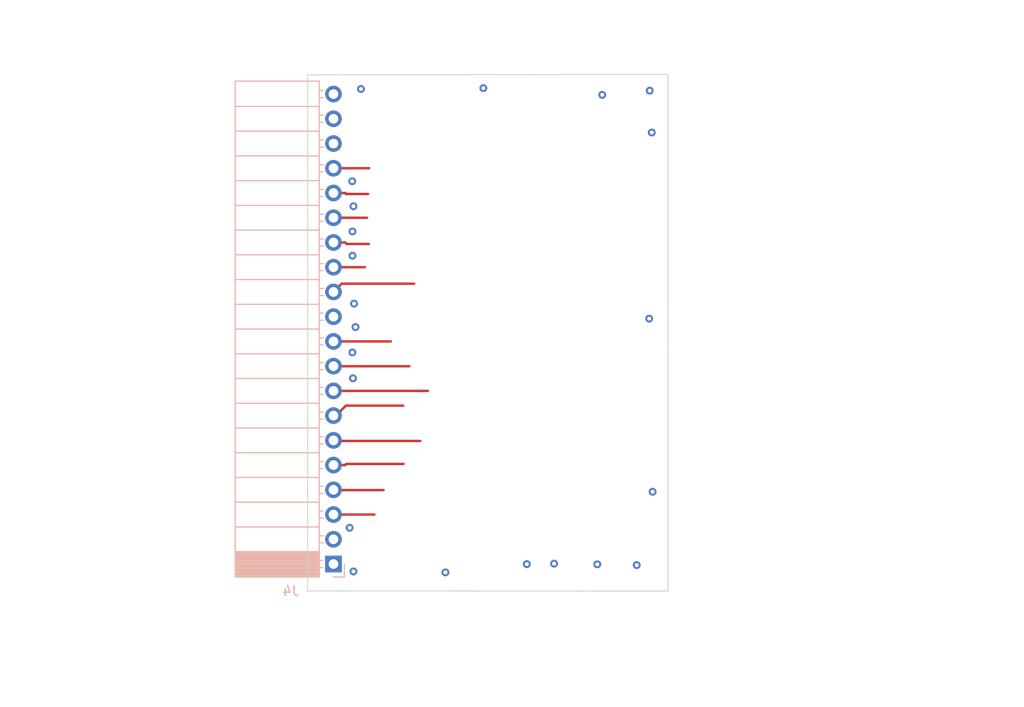
<source format=kicad_pcb>
(kicad_pcb (version 20171130) (host pcbnew 5.1.4+dfsg1-2)

  (general
    (thickness 1.6)
    (drawings 4)
    (tracks 44)
    (zones 0)
    (modules 1)
    (nets 22)
  )

  (page A4)
  (layers
    (0 F.Cu signal)
    (31 B.Cu signal)
    (32 B.Adhes user)
    (33 F.Adhes user)
    (34 B.Paste user)
    (35 F.Paste user)
    (36 B.SilkS user)
    (37 F.SilkS user)
    (38 B.Mask user)
    (39 F.Mask user)
    (40 Dwgs.User user)
    (41 Cmts.User user)
    (42 Eco1.User user)
    (43 Eco2.User user)
    (44 Edge.Cuts user)
    (45 Margin user)
    (46 B.CrtYd user)
    (47 F.CrtYd user)
    (48 B.Fab user)
    (49 F.Fab user)
  )

  (setup
    (last_trace_width 0.25)
    (trace_clearance 0.2)
    (zone_clearance 0.508)
    (zone_45_only no)
    (trace_min 0.2)
    (via_size 0.8)
    (via_drill 0.4)
    (via_min_size 0.4)
    (via_min_drill 0.3)
    (uvia_size 0.3)
    (uvia_drill 0.1)
    (uvias_allowed no)
    (uvia_min_size 0.2)
    (uvia_min_drill 0.1)
    (edge_width 0.05)
    (segment_width 0.2)
    (pcb_text_width 0.3)
    (pcb_text_size 1.5 1.5)
    (mod_edge_width 0.12)
    (mod_text_size 1 1)
    (mod_text_width 0.15)
    (pad_size 1.524 1.524)
    (pad_drill 0.762)
    (pad_to_mask_clearance 0)
    (aux_axis_origin 0 0)
    (visible_elements FFFFFF7F)
    (pcbplotparams
      (layerselection 0x010f0_ffffffff)
      (usegerberextensions false)
      (usegerberattributes false)
      (usegerberadvancedattributes false)
      (creategerberjobfile false)
      (excludeedgelayer true)
      (linewidth 0.100000)
      (plotframeref false)
      (viasonmask false)
      (mode 1)
      (useauxorigin false)
      (hpglpennumber 1)
      (hpglpenspeed 20)
      (hpglpendiameter 15.000000)
      (psnegative false)
      (psa4output false)
      (plotreference true)
      (plotvalue true)
      (plotinvisibletext false)
      (padsonsilk false)
      (subtractmaskfromsilk false)
      (outputformat 1)
      (mirror false)
      (drillshape 0)
      (scaleselection 1)
      (outputdirectory "../../out/"))
  )

  (net 0 "")
  (net 1 GND)
  (net 2 "Net-(J4-Pad1)")
  (net 3 "Net-(J4-Pad2)")
  (net 4 "Net-(J4-Pad3)")
  (net 5 "Net-(J4-Pad4)")
  (net 6 "Net-(J4-Pad5)")
  (net 7 "Net-(J4-Pad6)")
  (net 8 "Net-(J4-Pad7)")
  (net 9 "Net-(J4-Pad8)")
  (net 10 "Net-(J4-Pad9)")
  (net 11 "Net-(J4-Pad10)")
  (net 12 "Net-(J4-Pad11)")
  (net 13 "Net-(J4-Pad12)")
  (net 14 "Net-(J4-Pad18)")
  (net 15 "Net-(J4-Pad19)")
  (net 16 "Net-(J4-Pad20)")
  (net 17 "Net-(J4-Pad13)")
  (net 18 "Net-(J4-Pad14)")
  (net 19 "Net-(J4-Pad15)")
  (net 20 "Net-(J4-Pad16)")
  (net 21 "Net-(J4-Pad17)")

  (net_class Default "This is the default net class."
    (clearance 0.2)
    (trace_width 0.25)
    (via_dia 0.8)
    (via_drill 0.4)
    (uvia_dia 0.3)
    (uvia_drill 0.1)
    (add_net GND)
    (add_net "Net-(J4-Pad1)")
    (add_net "Net-(J4-Pad10)")
    (add_net "Net-(J4-Pad11)")
    (add_net "Net-(J4-Pad12)")
    (add_net "Net-(J4-Pad13)")
    (add_net "Net-(J4-Pad14)")
    (add_net "Net-(J4-Pad15)")
    (add_net "Net-(J4-Pad16)")
    (add_net "Net-(J4-Pad17)")
    (add_net "Net-(J4-Pad18)")
    (add_net "Net-(J4-Pad19)")
    (add_net "Net-(J4-Pad2)")
    (add_net "Net-(J4-Pad20)")
    (add_net "Net-(J4-Pad3)")
    (add_net "Net-(J4-Pad4)")
    (add_net "Net-(J4-Pad5)")
    (add_net "Net-(J4-Pad6)")
    (add_net "Net-(J4-Pad7)")
    (add_net "Net-(J4-Pad8)")
    (add_net "Net-(J4-Pad9)")
  )

  (module Connector_PinSocket_2.54mm:PinSocket_1x20_P2.54mm_Horizontal (layer B.Cu) (tedit 5A19A41C) (tstamp 5DA2AC1C)
    (at 73.66 76.2)
    (descr "Through hole angled socket strip, 1x20, 2.54mm pitch, 8.51mm socket length, single row (from Kicad 4.0.7), script generated")
    (tags "Through hole angled socket strip THT 1x20 2.54mm single row")
    (path /5DF5206A)
    (fp_text reference J4 (at -4.38 2.77) (layer B.SilkS)
      (effects (font (size 1 1) (thickness 0.15)) (justify mirror))
    )
    (fp_text value Conn_01x20_Female (at -4.38 -51.03) (layer B.Fab)
      (effects (font (size 1 1) (thickness 0.15)) (justify mirror))
    )
    (fp_line (start -10.03 1.27) (end -2.49 1.27) (layer B.Fab) (width 0.1))
    (fp_line (start -2.49 1.27) (end -1.52 0.3) (layer B.Fab) (width 0.1))
    (fp_line (start -1.52 0.3) (end -1.52 -49.53) (layer B.Fab) (width 0.1))
    (fp_line (start -1.52 -49.53) (end -10.03 -49.53) (layer B.Fab) (width 0.1))
    (fp_line (start -10.03 -49.53) (end -10.03 1.27) (layer B.Fab) (width 0.1))
    (fp_line (start 0 0.3) (end -1.52 0.3) (layer B.Fab) (width 0.1))
    (fp_line (start -1.52 -0.3) (end 0 -0.3) (layer B.Fab) (width 0.1))
    (fp_line (start 0 -0.3) (end 0 0.3) (layer B.Fab) (width 0.1))
    (fp_line (start 0 -2.24) (end -1.52 -2.24) (layer B.Fab) (width 0.1))
    (fp_line (start -1.52 -2.84) (end 0 -2.84) (layer B.Fab) (width 0.1))
    (fp_line (start 0 -2.84) (end 0 -2.24) (layer B.Fab) (width 0.1))
    (fp_line (start 0 -4.78) (end -1.52 -4.78) (layer B.Fab) (width 0.1))
    (fp_line (start -1.52 -5.38) (end 0 -5.38) (layer B.Fab) (width 0.1))
    (fp_line (start 0 -5.38) (end 0 -4.78) (layer B.Fab) (width 0.1))
    (fp_line (start 0 -7.32) (end -1.52 -7.32) (layer B.Fab) (width 0.1))
    (fp_line (start -1.52 -7.92) (end 0 -7.92) (layer B.Fab) (width 0.1))
    (fp_line (start 0 -7.92) (end 0 -7.32) (layer B.Fab) (width 0.1))
    (fp_line (start 0 -9.86) (end -1.52 -9.86) (layer B.Fab) (width 0.1))
    (fp_line (start -1.52 -10.46) (end 0 -10.46) (layer B.Fab) (width 0.1))
    (fp_line (start 0 -10.46) (end 0 -9.86) (layer B.Fab) (width 0.1))
    (fp_line (start 0 -12.4) (end -1.52 -12.4) (layer B.Fab) (width 0.1))
    (fp_line (start -1.52 -13) (end 0 -13) (layer B.Fab) (width 0.1))
    (fp_line (start 0 -13) (end 0 -12.4) (layer B.Fab) (width 0.1))
    (fp_line (start 0 -14.94) (end -1.52 -14.94) (layer B.Fab) (width 0.1))
    (fp_line (start -1.52 -15.54) (end 0 -15.54) (layer B.Fab) (width 0.1))
    (fp_line (start 0 -15.54) (end 0 -14.94) (layer B.Fab) (width 0.1))
    (fp_line (start 0 -17.48) (end -1.52 -17.48) (layer B.Fab) (width 0.1))
    (fp_line (start -1.52 -18.08) (end 0 -18.08) (layer B.Fab) (width 0.1))
    (fp_line (start 0 -18.08) (end 0 -17.48) (layer B.Fab) (width 0.1))
    (fp_line (start 0 -20.02) (end -1.52 -20.02) (layer B.Fab) (width 0.1))
    (fp_line (start -1.52 -20.62) (end 0 -20.62) (layer B.Fab) (width 0.1))
    (fp_line (start 0 -20.62) (end 0 -20.02) (layer B.Fab) (width 0.1))
    (fp_line (start 0 -22.56) (end -1.52 -22.56) (layer B.Fab) (width 0.1))
    (fp_line (start -1.52 -23.16) (end 0 -23.16) (layer B.Fab) (width 0.1))
    (fp_line (start 0 -23.16) (end 0 -22.56) (layer B.Fab) (width 0.1))
    (fp_line (start 0 -25.1) (end -1.52 -25.1) (layer B.Fab) (width 0.1))
    (fp_line (start -1.52 -25.7) (end 0 -25.7) (layer B.Fab) (width 0.1))
    (fp_line (start 0 -25.7) (end 0 -25.1) (layer B.Fab) (width 0.1))
    (fp_line (start 0 -27.64) (end -1.52 -27.64) (layer B.Fab) (width 0.1))
    (fp_line (start -1.52 -28.24) (end 0 -28.24) (layer B.Fab) (width 0.1))
    (fp_line (start 0 -28.24) (end 0 -27.64) (layer B.Fab) (width 0.1))
    (fp_line (start 0 -30.18) (end -1.52 -30.18) (layer B.Fab) (width 0.1))
    (fp_line (start -1.52 -30.78) (end 0 -30.78) (layer B.Fab) (width 0.1))
    (fp_line (start 0 -30.78) (end 0 -30.18) (layer B.Fab) (width 0.1))
    (fp_line (start 0 -32.72) (end -1.52 -32.72) (layer B.Fab) (width 0.1))
    (fp_line (start -1.52 -33.32) (end 0 -33.32) (layer B.Fab) (width 0.1))
    (fp_line (start 0 -33.32) (end 0 -32.72) (layer B.Fab) (width 0.1))
    (fp_line (start 0 -35.26) (end -1.52 -35.26) (layer B.Fab) (width 0.1))
    (fp_line (start -1.52 -35.86) (end 0 -35.86) (layer B.Fab) (width 0.1))
    (fp_line (start 0 -35.86) (end 0 -35.26) (layer B.Fab) (width 0.1))
    (fp_line (start 0 -37.8) (end -1.52 -37.8) (layer B.Fab) (width 0.1))
    (fp_line (start -1.52 -38.4) (end 0 -38.4) (layer B.Fab) (width 0.1))
    (fp_line (start 0 -38.4) (end 0 -37.8) (layer B.Fab) (width 0.1))
    (fp_line (start 0 -40.34) (end -1.52 -40.34) (layer B.Fab) (width 0.1))
    (fp_line (start -1.52 -40.94) (end 0 -40.94) (layer B.Fab) (width 0.1))
    (fp_line (start 0 -40.94) (end 0 -40.34) (layer B.Fab) (width 0.1))
    (fp_line (start 0 -42.88) (end -1.52 -42.88) (layer B.Fab) (width 0.1))
    (fp_line (start -1.52 -43.48) (end 0 -43.48) (layer B.Fab) (width 0.1))
    (fp_line (start 0 -43.48) (end 0 -42.88) (layer B.Fab) (width 0.1))
    (fp_line (start 0 -45.42) (end -1.52 -45.42) (layer B.Fab) (width 0.1))
    (fp_line (start -1.52 -46.02) (end 0 -46.02) (layer B.Fab) (width 0.1))
    (fp_line (start 0 -46.02) (end 0 -45.42) (layer B.Fab) (width 0.1))
    (fp_line (start 0 -47.96) (end -1.52 -47.96) (layer B.Fab) (width 0.1))
    (fp_line (start -1.52 -48.56) (end 0 -48.56) (layer B.Fab) (width 0.1))
    (fp_line (start 0 -48.56) (end 0 -47.96) (layer B.Fab) (width 0.1))
    (fp_line (start -10.09 1.21) (end -1.46 1.21) (layer B.SilkS) (width 0.12))
    (fp_line (start -10.09 1.091905) (end -1.46 1.091905) (layer B.SilkS) (width 0.12))
    (fp_line (start -10.09 0.97381) (end -1.46 0.97381) (layer B.SilkS) (width 0.12))
    (fp_line (start -10.09 0.855715) (end -1.46 0.855715) (layer B.SilkS) (width 0.12))
    (fp_line (start -10.09 0.73762) (end -1.46 0.73762) (layer B.SilkS) (width 0.12))
    (fp_line (start -10.09 0.619525) (end -1.46 0.619525) (layer B.SilkS) (width 0.12))
    (fp_line (start -10.09 0.50143) (end -1.46 0.50143) (layer B.SilkS) (width 0.12))
    (fp_line (start -10.09 0.383335) (end -1.46 0.383335) (layer B.SilkS) (width 0.12))
    (fp_line (start -10.09 0.26524) (end -1.46 0.26524) (layer B.SilkS) (width 0.12))
    (fp_line (start -10.09 0.147145) (end -1.46 0.147145) (layer B.SilkS) (width 0.12))
    (fp_line (start -10.09 0.02905) (end -1.46 0.02905) (layer B.SilkS) (width 0.12))
    (fp_line (start -10.09 -0.089045) (end -1.46 -0.089045) (layer B.SilkS) (width 0.12))
    (fp_line (start -10.09 -0.20714) (end -1.46 -0.20714) (layer B.SilkS) (width 0.12))
    (fp_line (start -10.09 -0.325235) (end -1.46 -0.325235) (layer B.SilkS) (width 0.12))
    (fp_line (start -10.09 -0.44333) (end -1.46 -0.44333) (layer B.SilkS) (width 0.12))
    (fp_line (start -10.09 -0.561425) (end -1.46 -0.561425) (layer B.SilkS) (width 0.12))
    (fp_line (start -10.09 -0.67952) (end -1.46 -0.67952) (layer B.SilkS) (width 0.12))
    (fp_line (start -10.09 -0.797615) (end -1.46 -0.797615) (layer B.SilkS) (width 0.12))
    (fp_line (start -10.09 -0.91571) (end -1.46 -0.91571) (layer B.SilkS) (width 0.12))
    (fp_line (start -10.09 -1.033805) (end -1.46 -1.033805) (layer B.SilkS) (width 0.12))
    (fp_line (start -10.09 -1.1519) (end -1.46 -1.1519) (layer B.SilkS) (width 0.12))
    (fp_line (start -1.46 0.36) (end -1.11 0.36) (layer B.SilkS) (width 0.12))
    (fp_line (start -1.46 -0.36) (end -1.11 -0.36) (layer B.SilkS) (width 0.12))
    (fp_line (start -1.46 -2.18) (end -1.05 -2.18) (layer B.SilkS) (width 0.12))
    (fp_line (start -1.46 -2.9) (end -1.05 -2.9) (layer B.SilkS) (width 0.12))
    (fp_line (start -1.46 -4.72) (end -1.05 -4.72) (layer B.SilkS) (width 0.12))
    (fp_line (start -1.46 -5.44) (end -1.05 -5.44) (layer B.SilkS) (width 0.12))
    (fp_line (start -1.46 -7.26) (end -1.05 -7.26) (layer B.SilkS) (width 0.12))
    (fp_line (start -1.46 -7.98) (end -1.05 -7.98) (layer B.SilkS) (width 0.12))
    (fp_line (start -1.46 -9.8) (end -1.05 -9.8) (layer B.SilkS) (width 0.12))
    (fp_line (start -1.46 -10.52) (end -1.05 -10.52) (layer B.SilkS) (width 0.12))
    (fp_line (start -1.46 -12.34) (end -1.05 -12.34) (layer B.SilkS) (width 0.12))
    (fp_line (start -1.46 -13.06) (end -1.05 -13.06) (layer B.SilkS) (width 0.12))
    (fp_line (start -1.46 -14.88) (end -1.05 -14.88) (layer B.SilkS) (width 0.12))
    (fp_line (start -1.46 -15.6) (end -1.05 -15.6) (layer B.SilkS) (width 0.12))
    (fp_line (start -1.46 -17.42) (end -1.05 -17.42) (layer B.SilkS) (width 0.12))
    (fp_line (start -1.46 -18.14) (end -1.05 -18.14) (layer B.SilkS) (width 0.12))
    (fp_line (start -1.46 -19.96) (end -1.05 -19.96) (layer B.SilkS) (width 0.12))
    (fp_line (start -1.46 -20.68) (end -1.05 -20.68) (layer B.SilkS) (width 0.12))
    (fp_line (start -1.46 -22.5) (end -1.05 -22.5) (layer B.SilkS) (width 0.12))
    (fp_line (start -1.46 -23.22) (end -1.05 -23.22) (layer B.SilkS) (width 0.12))
    (fp_line (start -1.46 -25.04) (end -1.05 -25.04) (layer B.SilkS) (width 0.12))
    (fp_line (start -1.46 -25.76) (end -1.05 -25.76) (layer B.SilkS) (width 0.12))
    (fp_line (start -1.46 -27.58) (end -1.05 -27.58) (layer B.SilkS) (width 0.12))
    (fp_line (start -1.46 -28.3) (end -1.05 -28.3) (layer B.SilkS) (width 0.12))
    (fp_line (start -1.46 -30.12) (end -1.05 -30.12) (layer B.SilkS) (width 0.12))
    (fp_line (start -1.46 -30.84) (end -1.05 -30.84) (layer B.SilkS) (width 0.12))
    (fp_line (start -1.46 -32.66) (end -1.05 -32.66) (layer B.SilkS) (width 0.12))
    (fp_line (start -1.46 -33.38) (end -1.05 -33.38) (layer B.SilkS) (width 0.12))
    (fp_line (start -1.46 -35.2) (end -1.05 -35.2) (layer B.SilkS) (width 0.12))
    (fp_line (start -1.46 -35.92) (end -1.05 -35.92) (layer B.SilkS) (width 0.12))
    (fp_line (start -1.46 -37.74) (end -1.05 -37.74) (layer B.SilkS) (width 0.12))
    (fp_line (start -1.46 -38.46) (end -1.05 -38.46) (layer B.SilkS) (width 0.12))
    (fp_line (start -1.46 -40.28) (end -1.05 -40.28) (layer B.SilkS) (width 0.12))
    (fp_line (start -1.46 -41) (end -1.05 -41) (layer B.SilkS) (width 0.12))
    (fp_line (start -1.46 -42.82) (end -1.05 -42.82) (layer B.SilkS) (width 0.12))
    (fp_line (start -1.46 -43.54) (end -1.05 -43.54) (layer B.SilkS) (width 0.12))
    (fp_line (start -1.46 -45.36) (end -1.05 -45.36) (layer B.SilkS) (width 0.12))
    (fp_line (start -1.46 -46.08) (end -1.05 -46.08) (layer B.SilkS) (width 0.12))
    (fp_line (start -1.46 -47.9) (end -1.05 -47.9) (layer B.SilkS) (width 0.12))
    (fp_line (start -1.46 -48.62) (end -1.05 -48.62) (layer B.SilkS) (width 0.12))
    (fp_line (start -10.09 -1.27) (end -1.46 -1.27) (layer B.SilkS) (width 0.12))
    (fp_line (start -10.09 -3.81) (end -1.46 -3.81) (layer B.SilkS) (width 0.12))
    (fp_line (start -10.09 -6.35) (end -1.46 -6.35) (layer B.SilkS) (width 0.12))
    (fp_line (start -10.09 -8.89) (end -1.46 -8.89) (layer B.SilkS) (width 0.12))
    (fp_line (start -10.09 -11.43) (end -1.46 -11.43) (layer B.SilkS) (width 0.12))
    (fp_line (start -10.09 -13.97) (end -1.46 -13.97) (layer B.SilkS) (width 0.12))
    (fp_line (start -10.09 -16.51) (end -1.46 -16.51) (layer B.SilkS) (width 0.12))
    (fp_line (start -10.09 -19.05) (end -1.46 -19.05) (layer B.SilkS) (width 0.12))
    (fp_line (start -10.09 -21.59) (end -1.46 -21.59) (layer B.SilkS) (width 0.12))
    (fp_line (start -10.09 -24.13) (end -1.46 -24.13) (layer B.SilkS) (width 0.12))
    (fp_line (start -10.09 -26.67) (end -1.46 -26.67) (layer B.SilkS) (width 0.12))
    (fp_line (start -10.09 -29.21) (end -1.46 -29.21) (layer B.SilkS) (width 0.12))
    (fp_line (start -10.09 -31.75) (end -1.46 -31.75) (layer B.SilkS) (width 0.12))
    (fp_line (start -10.09 -34.29) (end -1.46 -34.29) (layer B.SilkS) (width 0.12))
    (fp_line (start -10.09 -36.83) (end -1.46 -36.83) (layer B.SilkS) (width 0.12))
    (fp_line (start -10.09 -39.37) (end -1.46 -39.37) (layer B.SilkS) (width 0.12))
    (fp_line (start -10.09 -41.91) (end -1.46 -41.91) (layer B.SilkS) (width 0.12))
    (fp_line (start -10.09 -44.45) (end -1.46 -44.45) (layer B.SilkS) (width 0.12))
    (fp_line (start -10.09 -46.99) (end -1.46 -46.99) (layer B.SilkS) (width 0.12))
    (fp_line (start -10.09 1.33) (end -1.46 1.33) (layer B.SilkS) (width 0.12))
    (fp_line (start -1.46 1.33) (end -1.46 -49.59) (layer B.SilkS) (width 0.12))
    (fp_line (start -10.09 -49.59) (end -1.46 -49.59) (layer B.SilkS) (width 0.12))
    (fp_line (start -10.09 1.33) (end -10.09 -49.59) (layer B.SilkS) (width 0.12))
    (fp_line (start 1.11 1.33) (end 1.11 0) (layer B.SilkS) (width 0.12))
    (fp_line (start 0 1.33) (end 1.11 1.33) (layer B.SilkS) (width 0.12))
    (fp_line (start 1.75 1.75) (end -10.55 1.75) (layer B.CrtYd) (width 0.05))
    (fp_line (start -10.55 1.75) (end -10.55 -50.05) (layer B.CrtYd) (width 0.05))
    (fp_line (start -10.55 -50.05) (end 1.75 -50.05) (layer B.CrtYd) (width 0.05))
    (fp_line (start 1.75 -50.05) (end 1.75 1.75) (layer B.CrtYd) (width 0.05))
    (fp_text user %R (at -5.775 -24.13 -90) (layer B.Fab)
      (effects (font (size 1 1) (thickness 0.15)) (justify mirror))
    )
    (pad 1 thru_hole rect (at 0 0) (size 1.7 1.7) (drill 1) (layers *.Cu *.Mask)
      (net 2 "Net-(J4-Pad1)"))
    (pad 2 thru_hole oval (at 0 -2.54) (size 1.7 1.7) (drill 1) (layers *.Cu *.Mask)
      (net 3 "Net-(J4-Pad2)"))
    (pad 3 thru_hole oval (at 0 -5.08) (size 1.7 1.7) (drill 1) (layers *.Cu *.Mask)
      (net 4 "Net-(J4-Pad3)"))
    (pad 4 thru_hole oval (at 0 -7.62) (size 1.7 1.7) (drill 1) (layers *.Cu *.Mask)
      (net 5 "Net-(J4-Pad4)"))
    (pad 5 thru_hole oval (at 0 -10.16) (size 1.7 1.7) (drill 1) (layers *.Cu *.Mask)
      (net 6 "Net-(J4-Pad5)"))
    (pad 6 thru_hole oval (at 0 -12.7) (size 1.7 1.7) (drill 1) (layers *.Cu *.Mask)
      (net 7 "Net-(J4-Pad6)"))
    (pad 7 thru_hole oval (at 0 -15.24) (size 1.7 1.7) (drill 1) (layers *.Cu *.Mask)
      (net 8 "Net-(J4-Pad7)"))
    (pad 8 thru_hole oval (at 0 -17.78) (size 1.7 1.7) (drill 1) (layers *.Cu *.Mask)
      (net 9 "Net-(J4-Pad8)"))
    (pad 9 thru_hole oval (at 0 -20.32) (size 1.7 1.7) (drill 1) (layers *.Cu *.Mask)
      (net 10 "Net-(J4-Pad9)"))
    (pad 10 thru_hole oval (at 0 -22.86) (size 1.7 1.7) (drill 1) (layers *.Cu *.Mask)
      (net 11 "Net-(J4-Pad10)"))
    (pad 11 thru_hole oval (at 0 -25.4) (size 1.7 1.7) (drill 1) (layers *.Cu *.Mask)
      (net 12 "Net-(J4-Pad11)"))
    (pad 12 thru_hole oval (at 0 -27.94) (size 1.7 1.7) (drill 1) (layers *.Cu *.Mask)
      (net 13 "Net-(J4-Pad12)"))
    (pad 13 thru_hole oval (at 0 -30.48) (size 1.7 1.7) (drill 1) (layers *.Cu *.Mask)
      (net 17 "Net-(J4-Pad13)"))
    (pad 14 thru_hole oval (at 0 -33.02) (size 1.7 1.7) (drill 1) (layers *.Cu *.Mask)
      (net 18 "Net-(J4-Pad14)"))
    (pad 15 thru_hole oval (at 0 -35.56) (size 1.7 1.7) (drill 1) (layers *.Cu *.Mask)
      (net 19 "Net-(J4-Pad15)"))
    (pad 16 thru_hole oval (at 0 -38.1) (size 1.7 1.7) (drill 1) (layers *.Cu *.Mask)
      (net 20 "Net-(J4-Pad16)"))
    (pad 17 thru_hole oval (at 0 -40.64) (size 1.7 1.7) (drill 1) (layers *.Cu *.Mask)
      (net 21 "Net-(J4-Pad17)"))
    (pad 18 thru_hole oval (at 0 -43.18) (size 1.7 1.7) (drill 1) (layers *.Cu *.Mask)
      (net 14 "Net-(J4-Pad18)"))
    (pad 19 thru_hole oval (at 0 -45.72) (size 1.7 1.7) (drill 1) (layers *.Cu *.Mask)
      (net 15 "Net-(J4-Pad19)"))
    (pad 20 thru_hole oval (at 0 -48.26) (size 1.7 1.7) (drill 1) (layers *.Cu *.Mask)
      (net 16 "Net-(J4-Pad20)"))
    (model ${KISYS3DMOD}/Connector_PinSocket_2.54mm.3dshapes/PinSocket_1x20_P2.54mm_Horizontal.wrl
      (at (xyz 0 0 0))
      (scale (xyz 1 1 1))
      (rotate (xyz 0 0 0))
    )
  )

  (gr_line (start 107.98 25.92) (end 71.02 25.96) (layer Edge.Cuts) (width 0.1))
  (gr_line (start 107.99 78.97) (end 107.98 25.92) (layer Edge.Cuts) (width 0.1))
  (gr_line (start 71.01 78.96) (end 107.99 78.97) (layer Edge.Cuts) (width 0.1))
  (gr_line (start 71.02 25.96) (end 71.01 78.96) (layer Edge.Cuts) (width 0.1))

  (via (at 75.77 49.46) (size 0.8) (drill 0.4) (layers F.Cu B.Cu) (net 1))
  (via (at 75.32 72.48) (size 0.8) (drill 0.4) (layers F.Cu B.Cu) (net 1))
  (via (at 75.92 51.87) (size 0.8) (drill 0.4) (layers F.Cu B.Cu) (net 1))
  (via (at 85.15 77.06) (size 0.8) (drill 0.4) (layers F.Cu B.Cu) (net 1))
  (via (at 104.78 76.31) (size 0.8) (drill 0.4) (layers F.Cu B.Cu) (net 1))
  (via (at 100.73 76.23) (size 0.8) (drill 0.4) (layers F.Cu B.Cu) (net 1))
  (via (at 96.3 76.16) (size 0.8) (drill 0.4) (layers F.Cu B.Cu) (net 1))
  (via (at 76.48 27.42) (size 0.8) (drill 0.4) (layers F.Cu B.Cu) (net 1))
  (via (at 89.04 27.33) (size 0.8) (drill 0.4) (layers F.Cu B.Cu) (net 1))
  (via (at 101.24 28.02) (size 0.8) (drill 0.4) (layers F.Cu B.Cu) (net 1))
  (via (at 106.11 27.59) (size 0.8) (drill 0.4) (layers F.Cu B.Cu) (net 1))
  (via (at 106.32 31.89) (size 0.8) (drill 0.4) (layers F.Cu B.Cu) (net 1))
  (via (at 106.06 51) (size 0.8) (drill 0.4) (layers F.Cu B.Cu) (net 1))
  (via (at 75.71 76.96) (size 0.8) (drill 0.4) (layers F.Cu B.Cu) (net 1))
  (via (at 93.5 76.21) (size 0.8) (drill 0.4) (layers F.Cu B.Cu) (net 1))
  (via (at 106.41 68.78) (size 0.8) (drill 0.4) (layers F.Cu B.Cu) (net 1))
  (via (at 75.6 54.47) (size 0.8) (drill 0.4) (layers F.Cu B.Cu) (net 1))
  (via (at 75.66 57.13) (size 0.8) (drill 0.4) (layers F.Cu B.Cu) (net 1))
  (via (at 75.58 36.89) (size 0.8) (drill 0.4) (layers F.Cu B.Cu) (net 1))
  (via (at 75.61 42.05) (size 0.8) (drill 0.4) (layers F.Cu B.Cu) (net 1))
  (via (at 75.71 39.46) (size 0.8) (drill 0.4) (layers F.Cu B.Cu) (net 1))
  (via (at 75.61 44.54) (size 0.8) (drill 0.4) (layers F.Cu B.Cu) (net 1))
  (segment (start 73.66 45.72) (end 76.88 45.72) (width 0.25) (layer F.Cu) (net 17))
  (segment (start 74.862081 43.18) (end 75.012081 43.33) (width 0.25) (layer F.Cu) (net 18))
  (segment (start 73.66 43.18) (end 74.862081 43.18) (width 0.25) (layer F.Cu) (net 18))
  (segment (start 75.012081 43.33) (end 77.29 43.33) (width 0.25) (layer F.Cu) (net 18))
  (segment (start 73.66 40.64) (end 77.11 40.64) (width 0.25) (layer F.Cu) (net 19))
  (segment (start 74.862081 38.1) (end 74.962081 38.2) (width 0.25) (layer F.Cu) (net 20))
  (segment (start 73.66 38.1) (end 74.862081 38.1) (width 0.25) (layer F.Cu) (net 20))
  (segment (start 74.962081 38.2) (end 77.21 38.2) (width 0.25) (layer F.Cu) (net 20))
  (segment (start 73.66 35.56) (end 77.32 35.56) (width 0.25) (layer F.Cu) (net 21))
  (segment (start 73.66 71.12) (end 77.86 71.12) (width 0.25) (layer F.Cu) (net 4))
  (segment (start 78.8 68.61) (end 73.62 68.61) (width 0.25) (layer F.Cu) (net 5))
  (segment (start 74.862081 66.04) (end 74.982081 65.92) (width 0.25) (layer F.Cu) (net 6))
  (segment (start 73.66 66.04) (end 74.862081 66.04) (width 0.25) (layer F.Cu) (net 6))
  (segment (start 74.982081 65.92) (end 80.85359 65.92) (width 0.25) (layer F.Cu) (net 6))
  (segment (start 82.57718 63.56) (end 73.65 63.56) (width 0.25) (layer F.Cu) (net 7))
  (segment (start 80.82184 59.93499) (end 74.93501 59.93499) (width 0.25) (layer F.Cu) (net 8))
  (segment (start 74.93501 59.93499) (end 73.85 61.02) (width 0.25) (layer F.Cu) (net 8))
  (segment (start 73.66 58.42) (end 83.349998 58.42) (width 0.25) (layer F.Cu) (net 9))
  (segment (start 81.456408 55.89) (end 73.88 55.89) (width 0.25) (layer F.Cu) (net 10))
  (segment (start 73.66 53.34) (end 79.542818 53.34) (width 0.25) (layer F.Cu) (net 11))
  (segment (start 74.509999 47.410001) (end 81.950001 47.410001) (width 0.25) (layer F.Cu) (net 13))
  (segment (start 73.66 48.26) (end 74.509999 47.410001) (width 0.25) (layer F.Cu) (net 13))

  (zone (net 1) (net_name GND) (layer F.Cu) (tstamp 5DA2CDC2) (hatch edge 0.508)
    (connect_pads (clearance 0.12))
    (min_thickness 0.12)
    (fill yes (arc_segments 32) (thermal_gap 0.508) (thermal_bridge_width 0.508))
    (polygon
      (pts
        (xy 54.73 24.01) (xy 55.79 81.95) (xy 134 80.83) (xy 131.31 21.44)
      )
    )
  )
  (zone (net 1) (net_name GND) (layer B.Cu) (tstamp 5DA2CDBF) (hatch edge 0.508)
    (connect_pads (clearance 0.12))
    (min_thickness 0.12)
    (fill yes (arc_segments 32) (thermal_gap 0.508) (thermal_bridge_width 0.508))
    (polygon
      (pts
        (xy 45.45 22.31) (xy 142.08 18.28) (xy 144.54 90.89) (xy 39.44 89.77)
      )
    )
  )
)

</source>
